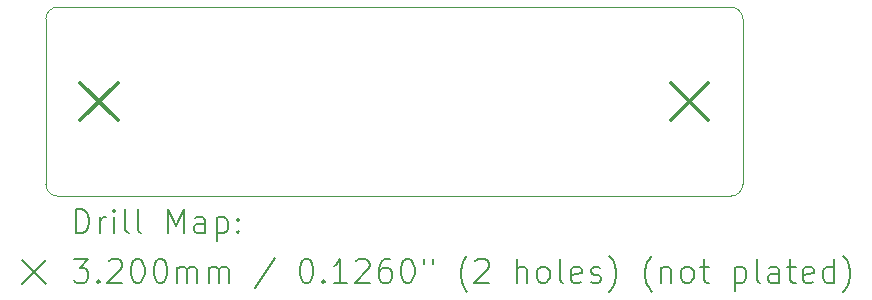
<source format=gbr>
%FSLAX45Y45*%
G04 Gerber Fmt 4.5, Leading zero omitted, Abs format (unit mm)*
G04 Created by KiCad (PCBNEW (6.0.0)) date 2022-06-26 22:52:46*
%MOMM*%
%LPD*%
G01*
G04 APERTURE LIST*
%TA.AperFunction,Profile*%
%ADD10C,0.050000*%
%TD*%
%ADD11C,0.200000*%
%ADD12C,0.320000*%
G04 APERTURE END LIST*
D10*
X18600000Y-6700000D02*
X12900000Y-6700000D01*
X18700000Y-6800000D02*
G75*
G03*
X18600000Y-6700000I-100000J0D01*
G01*
X18700000Y-8200000D02*
X18700000Y-6800000D01*
X12800000Y-6800000D02*
X12800000Y-8200000D01*
X18600000Y-8300000D02*
G75*
G03*
X18700000Y-8200000I0J100000D01*
G01*
X12900000Y-8300000D02*
X18600000Y-8300000D01*
X12800000Y-8200000D02*
G75*
G03*
X12900000Y-8300000I100000J0D01*
G01*
X12900000Y-6700000D02*
G75*
G03*
X12800000Y-6800000I0J-100000D01*
G01*
D11*
D12*
X13090000Y-7340000D02*
X13410000Y-7660000D01*
X13410000Y-7340000D02*
X13090000Y-7660000D01*
X18090000Y-7340000D02*
X18410000Y-7660000D01*
X18410000Y-7340000D02*
X18090000Y-7660000D01*
D11*
X13055119Y-8612976D02*
X13055119Y-8412976D01*
X13102738Y-8412976D01*
X13131309Y-8422500D01*
X13150357Y-8441548D01*
X13159881Y-8460595D01*
X13169405Y-8498690D01*
X13169405Y-8527262D01*
X13159881Y-8565357D01*
X13150357Y-8584405D01*
X13131309Y-8603452D01*
X13102738Y-8612976D01*
X13055119Y-8612976D01*
X13255119Y-8612976D02*
X13255119Y-8479643D01*
X13255119Y-8517738D02*
X13264643Y-8498690D01*
X13274167Y-8489167D01*
X13293214Y-8479643D01*
X13312262Y-8479643D01*
X13378928Y-8612976D02*
X13378928Y-8479643D01*
X13378928Y-8412976D02*
X13369405Y-8422500D01*
X13378928Y-8432024D01*
X13388452Y-8422500D01*
X13378928Y-8412976D01*
X13378928Y-8432024D01*
X13502738Y-8612976D02*
X13483690Y-8603452D01*
X13474167Y-8584405D01*
X13474167Y-8412976D01*
X13607500Y-8612976D02*
X13588452Y-8603452D01*
X13578928Y-8584405D01*
X13578928Y-8412976D01*
X13836071Y-8612976D02*
X13836071Y-8412976D01*
X13902738Y-8555833D01*
X13969405Y-8412976D01*
X13969405Y-8612976D01*
X14150357Y-8612976D02*
X14150357Y-8508214D01*
X14140833Y-8489167D01*
X14121786Y-8479643D01*
X14083690Y-8479643D01*
X14064643Y-8489167D01*
X14150357Y-8603452D02*
X14131309Y-8612976D01*
X14083690Y-8612976D01*
X14064643Y-8603452D01*
X14055119Y-8584405D01*
X14055119Y-8565357D01*
X14064643Y-8546309D01*
X14083690Y-8536786D01*
X14131309Y-8536786D01*
X14150357Y-8527262D01*
X14245595Y-8479643D02*
X14245595Y-8679643D01*
X14245595Y-8489167D02*
X14264643Y-8479643D01*
X14302738Y-8479643D01*
X14321786Y-8489167D01*
X14331309Y-8498690D01*
X14340833Y-8517738D01*
X14340833Y-8574881D01*
X14331309Y-8593928D01*
X14321786Y-8603452D01*
X14302738Y-8612976D01*
X14264643Y-8612976D01*
X14245595Y-8603452D01*
X14426548Y-8593928D02*
X14436071Y-8603452D01*
X14426548Y-8612976D01*
X14417024Y-8603452D01*
X14426548Y-8593928D01*
X14426548Y-8612976D01*
X14426548Y-8489167D02*
X14436071Y-8498690D01*
X14426548Y-8508214D01*
X14417024Y-8498690D01*
X14426548Y-8489167D01*
X14426548Y-8508214D01*
X12597500Y-8842500D02*
X12797500Y-9042500D01*
X12797500Y-8842500D02*
X12597500Y-9042500D01*
X13036071Y-8832976D02*
X13159881Y-8832976D01*
X13093214Y-8909167D01*
X13121786Y-8909167D01*
X13140833Y-8918690D01*
X13150357Y-8928214D01*
X13159881Y-8947262D01*
X13159881Y-8994881D01*
X13150357Y-9013928D01*
X13140833Y-9023452D01*
X13121786Y-9032976D01*
X13064643Y-9032976D01*
X13045595Y-9023452D01*
X13036071Y-9013928D01*
X13245595Y-9013928D02*
X13255119Y-9023452D01*
X13245595Y-9032976D01*
X13236071Y-9023452D01*
X13245595Y-9013928D01*
X13245595Y-9032976D01*
X13331309Y-8852024D02*
X13340833Y-8842500D01*
X13359881Y-8832976D01*
X13407500Y-8832976D01*
X13426548Y-8842500D01*
X13436071Y-8852024D01*
X13445595Y-8871071D01*
X13445595Y-8890119D01*
X13436071Y-8918690D01*
X13321786Y-9032976D01*
X13445595Y-9032976D01*
X13569405Y-8832976D02*
X13588452Y-8832976D01*
X13607500Y-8842500D01*
X13617024Y-8852024D01*
X13626548Y-8871071D01*
X13636071Y-8909167D01*
X13636071Y-8956786D01*
X13626548Y-8994881D01*
X13617024Y-9013928D01*
X13607500Y-9023452D01*
X13588452Y-9032976D01*
X13569405Y-9032976D01*
X13550357Y-9023452D01*
X13540833Y-9013928D01*
X13531309Y-8994881D01*
X13521786Y-8956786D01*
X13521786Y-8909167D01*
X13531309Y-8871071D01*
X13540833Y-8852024D01*
X13550357Y-8842500D01*
X13569405Y-8832976D01*
X13759881Y-8832976D02*
X13778928Y-8832976D01*
X13797976Y-8842500D01*
X13807500Y-8852024D01*
X13817024Y-8871071D01*
X13826548Y-8909167D01*
X13826548Y-8956786D01*
X13817024Y-8994881D01*
X13807500Y-9013928D01*
X13797976Y-9023452D01*
X13778928Y-9032976D01*
X13759881Y-9032976D01*
X13740833Y-9023452D01*
X13731309Y-9013928D01*
X13721786Y-8994881D01*
X13712262Y-8956786D01*
X13712262Y-8909167D01*
X13721786Y-8871071D01*
X13731309Y-8852024D01*
X13740833Y-8842500D01*
X13759881Y-8832976D01*
X13912262Y-9032976D02*
X13912262Y-8899643D01*
X13912262Y-8918690D02*
X13921786Y-8909167D01*
X13940833Y-8899643D01*
X13969405Y-8899643D01*
X13988452Y-8909167D01*
X13997976Y-8928214D01*
X13997976Y-9032976D01*
X13997976Y-8928214D02*
X14007500Y-8909167D01*
X14026548Y-8899643D01*
X14055119Y-8899643D01*
X14074167Y-8909167D01*
X14083690Y-8928214D01*
X14083690Y-9032976D01*
X14178928Y-9032976D02*
X14178928Y-8899643D01*
X14178928Y-8918690D02*
X14188452Y-8909167D01*
X14207500Y-8899643D01*
X14236071Y-8899643D01*
X14255119Y-8909167D01*
X14264643Y-8928214D01*
X14264643Y-9032976D01*
X14264643Y-8928214D02*
X14274167Y-8909167D01*
X14293214Y-8899643D01*
X14321786Y-8899643D01*
X14340833Y-8909167D01*
X14350357Y-8928214D01*
X14350357Y-9032976D01*
X14740833Y-8823452D02*
X14569405Y-9080595D01*
X14997976Y-8832976D02*
X15017024Y-8832976D01*
X15036071Y-8842500D01*
X15045595Y-8852024D01*
X15055119Y-8871071D01*
X15064643Y-8909167D01*
X15064643Y-8956786D01*
X15055119Y-8994881D01*
X15045595Y-9013928D01*
X15036071Y-9023452D01*
X15017024Y-9032976D01*
X14997976Y-9032976D01*
X14978928Y-9023452D01*
X14969405Y-9013928D01*
X14959881Y-8994881D01*
X14950357Y-8956786D01*
X14950357Y-8909167D01*
X14959881Y-8871071D01*
X14969405Y-8852024D01*
X14978928Y-8842500D01*
X14997976Y-8832976D01*
X15150357Y-9013928D02*
X15159881Y-9023452D01*
X15150357Y-9032976D01*
X15140833Y-9023452D01*
X15150357Y-9013928D01*
X15150357Y-9032976D01*
X15350357Y-9032976D02*
X15236071Y-9032976D01*
X15293214Y-9032976D02*
X15293214Y-8832976D01*
X15274167Y-8861548D01*
X15255119Y-8880595D01*
X15236071Y-8890119D01*
X15426548Y-8852024D02*
X15436071Y-8842500D01*
X15455119Y-8832976D01*
X15502738Y-8832976D01*
X15521786Y-8842500D01*
X15531309Y-8852024D01*
X15540833Y-8871071D01*
X15540833Y-8890119D01*
X15531309Y-8918690D01*
X15417024Y-9032976D01*
X15540833Y-9032976D01*
X15712262Y-8832976D02*
X15674167Y-8832976D01*
X15655119Y-8842500D01*
X15645595Y-8852024D01*
X15626548Y-8880595D01*
X15617024Y-8918690D01*
X15617024Y-8994881D01*
X15626548Y-9013928D01*
X15636071Y-9023452D01*
X15655119Y-9032976D01*
X15693214Y-9032976D01*
X15712262Y-9023452D01*
X15721786Y-9013928D01*
X15731309Y-8994881D01*
X15731309Y-8947262D01*
X15721786Y-8928214D01*
X15712262Y-8918690D01*
X15693214Y-8909167D01*
X15655119Y-8909167D01*
X15636071Y-8918690D01*
X15626548Y-8928214D01*
X15617024Y-8947262D01*
X15855119Y-8832976D02*
X15874167Y-8832976D01*
X15893214Y-8842500D01*
X15902738Y-8852024D01*
X15912262Y-8871071D01*
X15921786Y-8909167D01*
X15921786Y-8956786D01*
X15912262Y-8994881D01*
X15902738Y-9013928D01*
X15893214Y-9023452D01*
X15874167Y-9032976D01*
X15855119Y-9032976D01*
X15836071Y-9023452D01*
X15826548Y-9013928D01*
X15817024Y-8994881D01*
X15807500Y-8956786D01*
X15807500Y-8909167D01*
X15817024Y-8871071D01*
X15826548Y-8852024D01*
X15836071Y-8842500D01*
X15855119Y-8832976D01*
X15997976Y-8832976D02*
X15997976Y-8871071D01*
X16074167Y-8832976D02*
X16074167Y-8871071D01*
X16369405Y-9109167D02*
X16359881Y-9099643D01*
X16340833Y-9071071D01*
X16331309Y-9052024D01*
X16321786Y-9023452D01*
X16312262Y-8975833D01*
X16312262Y-8937738D01*
X16321786Y-8890119D01*
X16331309Y-8861548D01*
X16340833Y-8842500D01*
X16359881Y-8813928D01*
X16369405Y-8804405D01*
X16436071Y-8852024D02*
X16445595Y-8842500D01*
X16464643Y-8832976D01*
X16512262Y-8832976D01*
X16531309Y-8842500D01*
X16540833Y-8852024D01*
X16550357Y-8871071D01*
X16550357Y-8890119D01*
X16540833Y-8918690D01*
X16426548Y-9032976D01*
X16550357Y-9032976D01*
X16788452Y-9032976D02*
X16788452Y-8832976D01*
X16874167Y-9032976D02*
X16874167Y-8928214D01*
X16864643Y-8909167D01*
X16845595Y-8899643D01*
X16817024Y-8899643D01*
X16797976Y-8909167D01*
X16788452Y-8918690D01*
X16997976Y-9032976D02*
X16978929Y-9023452D01*
X16969405Y-9013928D01*
X16959881Y-8994881D01*
X16959881Y-8937738D01*
X16969405Y-8918690D01*
X16978929Y-8909167D01*
X16997976Y-8899643D01*
X17026548Y-8899643D01*
X17045595Y-8909167D01*
X17055119Y-8918690D01*
X17064643Y-8937738D01*
X17064643Y-8994881D01*
X17055119Y-9013928D01*
X17045595Y-9023452D01*
X17026548Y-9032976D01*
X16997976Y-9032976D01*
X17178929Y-9032976D02*
X17159881Y-9023452D01*
X17150357Y-9004405D01*
X17150357Y-8832976D01*
X17331310Y-9023452D02*
X17312262Y-9032976D01*
X17274167Y-9032976D01*
X17255119Y-9023452D01*
X17245595Y-9004405D01*
X17245595Y-8928214D01*
X17255119Y-8909167D01*
X17274167Y-8899643D01*
X17312262Y-8899643D01*
X17331310Y-8909167D01*
X17340833Y-8928214D01*
X17340833Y-8947262D01*
X17245595Y-8966309D01*
X17417024Y-9023452D02*
X17436071Y-9032976D01*
X17474167Y-9032976D01*
X17493214Y-9023452D01*
X17502738Y-9004405D01*
X17502738Y-8994881D01*
X17493214Y-8975833D01*
X17474167Y-8966309D01*
X17445595Y-8966309D01*
X17426548Y-8956786D01*
X17417024Y-8937738D01*
X17417024Y-8928214D01*
X17426548Y-8909167D01*
X17445595Y-8899643D01*
X17474167Y-8899643D01*
X17493214Y-8909167D01*
X17569405Y-9109167D02*
X17578929Y-9099643D01*
X17597976Y-9071071D01*
X17607500Y-9052024D01*
X17617024Y-9023452D01*
X17626548Y-8975833D01*
X17626548Y-8937738D01*
X17617024Y-8890119D01*
X17607500Y-8861548D01*
X17597976Y-8842500D01*
X17578929Y-8813928D01*
X17569405Y-8804405D01*
X17931310Y-9109167D02*
X17921786Y-9099643D01*
X17902738Y-9071071D01*
X17893214Y-9052024D01*
X17883690Y-9023452D01*
X17874167Y-8975833D01*
X17874167Y-8937738D01*
X17883690Y-8890119D01*
X17893214Y-8861548D01*
X17902738Y-8842500D01*
X17921786Y-8813928D01*
X17931310Y-8804405D01*
X18007500Y-8899643D02*
X18007500Y-9032976D01*
X18007500Y-8918690D02*
X18017024Y-8909167D01*
X18036071Y-8899643D01*
X18064643Y-8899643D01*
X18083690Y-8909167D01*
X18093214Y-8928214D01*
X18093214Y-9032976D01*
X18217024Y-9032976D02*
X18197976Y-9023452D01*
X18188452Y-9013928D01*
X18178929Y-8994881D01*
X18178929Y-8937738D01*
X18188452Y-8918690D01*
X18197976Y-8909167D01*
X18217024Y-8899643D01*
X18245595Y-8899643D01*
X18264643Y-8909167D01*
X18274167Y-8918690D01*
X18283690Y-8937738D01*
X18283690Y-8994881D01*
X18274167Y-9013928D01*
X18264643Y-9023452D01*
X18245595Y-9032976D01*
X18217024Y-9032976D01*
X18340833Y-8899643D02*
X18417024Y-8899643D01*
X18369405Y-8832976D02*
X18369405Y-9004405D01*
X18378929Y-9023452D01*
X18397976Y-9032976D01*
X18417024Y-9032976D01*
X18636071Y-8899643D02*
X18636071Y-9099643D01*
X18636071Y-8909167D02*
X18655119Y-8899643D01*
X18693214Y-8899643D01*
X18712262Y-8909167D01*
X18721786Y-8918690D01*
X18731310Y-8937738D01*
X18731310Y-8994881D01*
X18721786Y-9013928D01*
X18712262Y-9023452D01*
X18693214Y-9032976D01*
X18655119Y-9032976D01*
X18636071Y-9023452D01*
X18845595Y-9032976D02*
X18826548Y-9023452D01*
X18817024Y-9004405D01*
X18817024Y-8832976D01*
X19007500Y-9032976D02*
X19007500Y-8928214D01*
X18997976Y-8909167D01*
X18978929Y-8899643D01*
X18940833Y-8899643D01*
X18921786Y-8909167D01*
X19007500Y-9023452D02*
X18988452Y-9032976D01*
X18940833Y-9032976D01*
X18921786Y-9023452D01*
X18912262Y-9004405D01*
X18912262Y-8985357D01*
X18921786Y-8966309D01*
X18940833Y-8956786D01*
X18988452Y-8956786D01*
X19007500Y-8947262D01*
X19074167Y-8899643D02*
X19150357Y-8899643D01*
X19102738Y-8832976D02*
X19102738Y-9004405D01*
X19112262Y-9023452D01*
X19131310Y-9032976D01*
X19150357Y-9032976D01*
X19293214Y-9023452D02*
X19274167Y-9032976D01*
X19236071Y-9032976D01*
X19217024Y-9023452D01*
X19207500Y-9004405D01*
X19207500Y-8928214D01*
X19217024Y-8909167D01*
X19236071Y-8899643D01*
X19274167Y-8899643D01*
X19293214Y-8909167D01*
X19302738Y-8928214D01*
X19302738Y-8947262D01*
X19207500Y-8966309D01*
X19474167Y-9032976D02*
X19474167Y-8832976D01*
X19474167Y-9023452D02*
X19455119Y-9032976D01*
X19417024Y-9032976D01*
X19397976Y-9023452D01*
X19388452Y-9013928D01*
X19378929Y-8994881D01*
X19378929Y-8937738D01*
X19388452Y-8918690D01*
X19397976Y-8909167D01*
X19417024Y-8899643D01*
X19455119Y-8899643D01*
X19474167Y-8909167D01*
X19550357Y-9109167D02*
X19559881Y-9099643D01*
X19578929Y-9071071D01*
X19588452Y-9052024D01*
X19597976Y-9023452D01*
X19607500Y-8975833D01*
X19607500Y-8937738D01*
X19597976Y-8890119D01*
X19588452Y-8861548D01*
X19578929Y-8842500D01*
X19559881Y-8813928D01*
X19550357Y-8804405D01*
M02*

</source>
